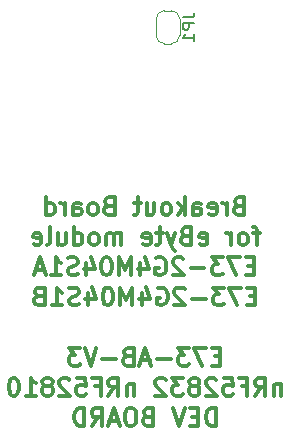
<source format=gbr>
G04 #@! TF.GenerationSoftware,KiCad,Pcbnew,5.0.1*
G04 #@! TF.CreationDate,2019-01-03T14:35:24+01:00*
G04 #@! TF.ProjectId,e73-ab,6537332D61622E6B696361645F706362,rev?*
G04 #@! TF.SameCoordinates,Original*
G04 #@! TF.FileFunction,Legend,Bot*
G04 #@! TF.FilePolarity,Positive*
%FSLAX46Y46*%
G04 Gerber Fmt 4.6, Leading zero omitted, Abs format (unit mm)*
G04 Created by KiCad (PCBNEW 5.0.1) date do 03 jan 2019 14:35:24 CET*
%MOMM*%
%LPD*%
G01*
G04 APERTURE LIST*
%ADD10C,0.300000*%
%ADD11C,0.120000*%
%ADD12C,0.150000*%
G04 APERTURE END LIST*
D10*
X159022857Y-87487857D02*
X158808571Y-87559285D01*
X158737142Y-87630714D01*
X158665714Y-87773571D01*
X158665714Y-87987857D01*
X158737142Y-88130714D01*
X158808571Y-88202142D01*
X158951428Y-88273571D01*
X159522857Y-88273571D01*
X159522857Y-86773571D01*
X159022857Y-86773571D01*
X158880000Y-86845000D01*
X158808571Y-86916428D01*
X158737142Y-87059285D01*
X158737142Y-87202142D01*
X158808571Y-87345000D01*
X158880000Y-87416428D01*
X159022857Y-87487857D01*
X159522857Y-87487857D01*
X158022857Y-88273571D02*
X158022857Y-87273571D01*
X158022857Y-87559285D02*
X157951428Y-87416428D01*
X157880000Y-87345000D01*
X157737142Y-87273571D01*
X157594285Y-87273571D01*
X156522857Y-88202142D02*
X156665714Y-88273571D01*
X156951428Y-88273571D01*
X157094285Y-88202142D01*
X157165714Y-88059285D01*
X157165714Y-87487857D01*
X157094285Y-87345000D01*
X156951428Y-87273571D01*
X156665714Y-87273571D01*
X156522857Y-87345000D01*
X156451428Y-87487857D01*
X156451428Y-87630714D01*
X157165714Y-87773571D01*
X155165714Y-88273571D02*
X155165714Y-87487857D01*
X155237142Y-87345000D01*
X155380000Y-87273571D01*
X155665714Y-87273571D01*
X155808571Y-87345000D01*
X155165714Y-88202142D02*
X155308571Y-88273571D01*
X155665714Y-88273571D01*
X155808571Y-88202142D01*
X155880000Y-88059285D01*
X155880000Y-87916428D01*
X155808571Y-87773571D01*
X155665714Y-87702142D01*
X155308571Y-87702142D01*
X155165714Y-87630714D01*
X154451428Y-88273571D02*
X154451428Y-86773571D01*
X154308571Y-87702142D02*
X153880000Y-88273571D01*
X153880000Y-87273571D02*
X154451428Y-87845000D01*
X153022857Y-88273571D02*
X153165714Y-88202142D01*
X153237142Y-88130714D01*
X153308571Y-87987857D01*
X153308571Y-87559285D01*
X153237142Y-87416428D01*
X153165714Y-87345000D01*
X153022857Y-87273571D01*
X152808571Y-87273571D01*
X152665714Y-87345000D01*
X152594285Y-87416428D01*
X152522857Y-87559285D01*
X152522857Y-87987857D01*
X152594285Y-88130714D01*
X152665714Y-88202142D01*
X152808571Y-88273571D01*
X153022857Y-88273571D01*
X151237142Y-87273571D02*
X151237142Y-88273571D01*
X151880000Y-87273571D02*
X151880000Y-88059285D01*
X151808571Y-88202142D01*
X151665714Y-88273571D01*
X151451428Y-88273571D01*
X151308571Y-88202142D01*
X151237142Y-88130714D01*
X150737142Y-87273571D02*
X150165714Y-87273571D01*
X150522857Y-86773571D02*
X150522857Y-88059285D01*
X150451428Y-88202142D01*
X150308571Y-88273571D01*
X150165714Y-88273571D01*
X148022857Y-87487857D02*
X147808571Y-87559285D01*
X147737142Y-87630714D01*
X147665714Y-87773571D01*
X147665714Y-87987857D01*
X147737142Y-88130714D01*
X147808571Y-88202142D01*
X147951428Y-88273571D01*
X148522857Y-88273571D01*
X148522857Y-86773571D01*
X148022857Y-86773571D01*
X147880000Y-86845000D01*
X147808571Y-86916428D01*
X147737142Y-87059285D01*
X147737142Y-87202142D01*
X147808571Y-87345000D01*
X147880000Y-87416428D01*
X148022857Y-87487857D01*
X148522857Y-87487857D01*
X146808571Y-88273571D02*
X146951428Y-88202142D01*
X147022857Y-88130714D01*
X147094285Y-87987857D01*
X147094285Y-87559285D01*
X147022857Y-87416428D01*
X146951428Y-87345000D01*
X146808571Y-87273571D01*
X146594285Y-87273571D01*
X146451428Y-87345000D01*
X146380000Y-87416428D01*
X146308571Y-87559285D01*
X146308571Y-87987857D01*
X146380000Y-88130714D01*
X146451428Y-88202142D01*
X146594285Y-88273571D01*
X146808571Y-88273571D01*
X145022857Y-88273571D02*
X145022857Y-87487857D01*
X145094285Y-87345000D01*
X145237142Y-87273571D01*
X145522857Y-87273571D01*
X145665714Y-87345000D01*
X145022857Y-88202142D02*
X145165714Y-88273571D01*
X145522857Y-88273571D01*
X145665714Y-88202142D01*
X145737142Y-88059285D01*
X145737142Y-87916428D01*
X145665714Y-87773571D01*
X145522857Y-87702142D01*
X145165714Y-87702142D01*
X145022857Y-87630714D01*
X144308571Y-88273571D02*
X144308571Y-87273571D01*
X144308571Y-87559285D02*
X144237142Y-87416428D01*
X144165714Y-87345000D01*
X144022857Y-87273571D01*
X143880000Y-87273571D01*
X142737142Y-88273571D02*
X142737142Y-86773571D01*
X142737142Y-88202142D02*
X142880000Y-88273571D01*
X143165714Y-88273571D01*
X143308571Y-88202142D01*
X143380000Y-88130714D01*
X143451428Y-87987857D01*
X143451428Y-87559285D01*
X143380000Y-87416428D01*
X143308571Y-87345000D01*
X143165714Y-87273571D01*
X142880000Y-87273571D01*
X142737142Y-87345000D01*
X160808571Y-89823571D02*
X160237142Y-89823571D01*
X160594285Y-90823571D02*
X160594285Y-89537857D01*
X160522857Y-89395000D01*
X160380000Y-89323571D01*
X160237142Y-89323571D01*
X159522857Y-90823571D02*
X159665714Y-90752142D01*
X159737142Y-90680714D01*
X159808571Y-90537857D01*
X159808571Y-90109285D01*
X159737142Y-89966428D01*
X159665714Y-89895000D01*
X159522857Y-89823571D01*
X159308571Y-89823571D01*
X159165714Y-89895000D01*
X159094285Y-89966428D01*
X159022857Y-90109285D01*
X159022857Y-90537857D01*
X159094285Y-90680714D01*
X159165714Y-90752142D01*
X159308571Y-90823571D01*
X159522857Y-90823571D01*
X158380000Y-90823571D02*
X158380000Y-89823571D01*
X158380000Y-90109285D02*
X158308571Y-89966428D01*
X158237142Y-89895000D01*
X158094285Y-89823571D01*
X157951428Y-89823571D01*
X155737142Y-90752142D02*
X155880000Y-90823571D01*
X156165714Y-90823571D01*
X156308571Y-90752142D01*
X156380000Y-90609285D01*
X156380000Y-90037857D01*
X156308571Y-89895000D01*
X156165714Y-89823571D01*
X155880000Y-89823571D01*
X155737142Y-89895000D01*
X155665714Y-90037857D01*
X155665714Y-90180714D01*
X156380000Y-90323571D01*
X154522857Y-90037857D02*
X154308571Y-90109285D01*
X154237142Y-90180714D01*
X154165714Y-90323571D01*
X154165714Y-90537857D01*
X154237142Y-90680714D01*
X154308571Y-90752142D01*
X154451428Y-90823571D01*
X155022857Y-90823571D01*
X155022857Y-89323571D01*
X154522857Y-89323571D01*
X154380000Y-89395000D01*
X154308571Y-89466428D01*
X154237142Y-89609285D01*
X154237142Y-89752142D01*
X154308571Y-89895000D01*
X154380000Y-89966428D01*
X154522857Y-90037857D01*
X155022857Y-90037857D01*
X153665714Y-89823571D02*
X153308571Y-90823571D01*
X152951428Y-89823571D02*
X153308571Y-90823571D01*
X153451428Y-91180714D01*
X153522857Y-91252142D01*
X153665714Y-91323571D01*
X152594285Y-89823571D02*
X152022857Y-89823571D01*
X152380000Y-89323571D02*
X152380000Y-90609285D01*
X152308571Y-90752142D01*
X152165714Y-90823571D01*
X152022857Y-90823571D01*
X150951428Y-90752142D02*
X151094285Y-90823571D01*
X151380000Y-90823571D01*
X151522857Y-90752142D01*
X151594285Y-90609285D01*
X151594285Y-90037857D01*
X151522857Y-89895000D01*
X151380000Y-89823571D01*
X151094285Y-89823571D01*
X150951428Y-89895000D01*
X150880000Y-90037857D01*
X150880000Y-90180714D01*
X151594285Y-90323571D01*
X149094285Y-90823571D02*
X149094285Y-89823571D01*
X149094285Y-89966428D02*
X149022857Y-89895000D01*
X148880000Y-89823571D01*
X148665714Y-89823571D01*
X148522857Y-89895000D01*
X148451428Y-90037857D01*
X148451428Y-90823571D01*
X148451428Y-90037857D02*
X148380000Y-89895000D01*
X148237142Y-89823571D01*
X148022857Y-89823571D01*
X147880000Y-89895000D01*
X147808571Y-90037857D01*
X147808571Y-90823571D01*
X146880000Y-90823571D02*
X147022857Y-90752142D01*
X147094285Y-90680714D01*
X147165714Y-90537857D01*
X147165714Y-90109285D01*
X147094285Y-89966428D01*
X147022857Y-89895000D01*
X146880000Y-89823571D01*
X146665714Y-89823571D01*
X146522857Y-89895000D01*
X146451428Y-89966428D01*
X146380000Y-90109285D01*
X146380000Y-90537857D01*
X146451428Y-90680714D01*
X146522857Y-90752142D01*
X146665714Y-90823571D01*
X146880000Y-90823571D01*
X145094285Y-90823571D02*
X145094285Y-89323571D01*
X145094285Y-90752142D02*
X145237142Y-90823571D01*
X145522857Y-90823571D01*
X145665714Y-90752142D01*
X145737142Y-90680714D01*
X145808571Y-90537857D01*
X145808571Y-90109285D01*
X145737142Y-89966428D01*
X145665714Y-89895000D01*
X145522857Y-89823571D01*
X145237142Y-89823571D01*
X145094285Y-89895000D01*
X143737142Y-89823571D02*
X143737142Y-90823571D01*
X144380000Y-89823571D02*
X144380000Y-90609285D01*
X144308571Y-90752142D01*
X144165714Y-90823571D01*
X143951428Y-90823571D01*
X143808571Y-90752142D01*
X143737142Y-90680714D01*
X142808571Y-90823571D02*
X142951428Y-90752142D01*
X143022857Y-90609285D01*
X143022857Y-89323571D01*
X141665714Y-90752142D02*
X141808571Y-90823571D01*
X142094285Y-90823571D01*
X142237142Y-90752142D01*
X142308571Y-90609285D01*
X142308571Y-90037857D01*
X142237142Y-89895000D01*
X142094285Y-89823571D01*
X141808571Y-89823571D01*
X141665714Y-89895000D01*
X141594285Y-90037857D01*
X141594285Y-90180714D01*
X142308571Y-90323571D01*
X160344285Y-92587857D02*
X159844285Y-92587857D01*
X159630000Y-93373571D02*
X160344285Y-93373571D01*
X160344285Y-91873571D01*
X159630000Y-91873571D01*
X159130000Y-91873571D02*
X158130000Y-91873571D01*
X158772857Y-93373571D01*
X157701428Y-91873571D02*
X156772857Y-91873571D01*
X157272857Y-92445000D01*
X157058571Y-92445000D01*
X156915714Y-92516428D01*
X156844285Y-92587857D01*
X156772857Y-92730714D01*
X156772857Y-93087857D01*
X156844285Y-93230714D01*
X156915714Y-93302142D01*
X157058571Y-93373571D01*
X157487142Y-93373571D01*
X157630000Y-93302142D01*
X157701428Y-93230714D01*
X156130000Y-92802142D02*
X154987142Y-92802142D01*
X154344285Y-92016428D02*
X154272857Y-91945000D01*
X154130000Y-91873571D01*
X153772857Y-91873571D01*
X153630000Y-91945000D01*
X153558571Y-92016428D01*
X153487142Y-92159285D01*
X153487142Y-92302142D01*
X153558571Y-92516428D01*
X154415714Y-93373571D01*
X153487142Y-93373571D01*
X152058571Y-91945000D02*
X152201428Y-91873571D01*
X152415714Y-91873571D01*
X152630000Y-91945000D01*
X152772857Y-92087857D01*
X152844285Y-92230714D01*
X152915714Y-92516428D01*
X152915714Y-92730714D01*
X152844285Y-93016428D01*
X152772857Y-93159285D01*
X152630000Y-93302142D01*
X152415714Y-93373571D01*
X152272857Y-93373571D01*
X152058571Y-93302142D01*
X151987142Y-93230714D01*
X151987142Y-92730714D01*
X152272857Y-92730714D01*
X150701428Y-92373571D02*
X150701428Y-93373571D01*
X151058571Y-91802142D02*
X151415714Y-92873571D01*
X150487142Y-92873571D01*
X149915714Y-93373571D02*
X149915714Y-91873571D01*
X149415714Y-92945000D01*
X148915714Y-91873571D01*
X148915714Y-93373571D01*
X147915714Y-91873571D02*
X147772857Y-91873571D01*
X147630000Y-91945000D01*
X147558571Y-92016428D01*
X147487142Y-92159285D01*
X147415714Y-92445000D01*
X147415714Y-92802142D01*
X147487142Y-93087857D01*
X147558571Y-93230714D01*
X147630000Y-93302142D01*
X147772857Y-93373571D01*
X147915714Y-93373571D01*
X148058571Y-93302142D01*
X148130000Y-93230714D01*
X148201428Y-93087857D01*
X148272857Y-92802142D01*
X148272857Y-92445000D01*
X148201428Y-92159285D01*
X148130000Y-92016428D01*
X148058571Y-91945000D01*
X147915714Y-91873571D01*
X146130000Y-92373571D02*
X146130000Y-93373571D01*
X146487142Y-91802142D02*
X146844285Y-92873571D01*
X145915714Y-92873571D01*
X145415714Y-93302142D02*
X145201428Y-93373571D01*
X144844285Y-93373571D01*
X144701428Y-93302142D01*
X144630000Y-93230714D01*
X144558571Y-93087857D01*
X144558571Y-92945000D01*
X144630000Y-92802142D01*
X144701428Y-92730714D01*
X144844285Y-92659285D01*
X145130000Y-92587857D01*
X145272857Y-92516428D01*
X145344285Y-92445000D01*
X145415714Y-92302142D01*
X145415714Y-92159285D01*
X145344285Y-92016428D01*
X145272857Y-91945000D01*
X145130000Y-91873571D01*
X144772857Y-91873571D01*
X144558571Y-91945000D01*
X143130000Y-93373571D02*
X143987142Y-93373571D01*
X143558571Y-93373571D02*
X143558571Y-91873571D01*
X143701428Y-92087857D01*
X143844285Y-92230714D01*
X143987142Y-92302142D01*
X142558571Y-92945000D02*
X141844285Y-92945000D01*
X142701428Y-93373571D02*
X142201428Y-91873571D01*
X141701428Y-93373571D01*
X160451428Y-95137857D02*
X159951428Y-95137857D01*
X159737142Y-95923571D02*
X160451428Y-95923571D01*
X160451428Y-94423571D01*
X159737142Y-94423571D01*
X159237142Y-94423571D02*
X158237142Y-94423571D01*
X158880000Y-95923571D01*
X157808571Y-94423571D02*
X156880000Y-94423571D01*
X157380000Y-94995000D01*
X157165714Y-94995000D01*
X157022857Y-95066428D01*
X156951428Y-95137857D01*
X156880000Y-95280714D01*
X156880000Y-95637857D01*
X156951428Y-95780714D01*
X157022857Y-95852142D01*
X157165714Y-95923571D01*
X157594285Y-95923571D01*
X157737142Y-95852142D01*
X157808571Y-95780714D01*
X156237142Y-95352142D02*
X155094285Y-95352142D01*
X154451428Y-94566428D02*
X154380000Y-94495000D01*
X154237142Y-94423571D01*
X153880000Y-94423571D01*
X153737142Y-94495000D01*
X153665714Y-94566428D01*
X153594285Y-94709285D01*
X153594285Y-94852142D01*
X153665714Y-95066428D01*
X154522857Y-95923571D01*
X153594285Y-95923571D01*
X152165714Y-94495000D02*
X152308571Y-94423571D01*
X152522857Y-94423571D01*
X152737142Y-94495000D01*
X152880000Y-94637857D01*
X152951428Y-94780714D01*
X153022857Y-95066428D01*
X153022857Y-95280714D01*
X152951428Y-95566428D01*
X152880000Y-95709285D01*
X152737142Y-95852142D01*
X152522857Y-95923571D01*
X152380000Y-95923571D01*
X152165714Y-95852142D01*
X152094285Y-95780714D01*
X152094285Y-95280714D01*
X152380000Y-95280714D01*
X150808571Y-94923571D02*
X150808571Y-95923571D01*
X151165714Y-94352142D02*
X151522857Y-95423571D01*
X150594285Y-95423571D01*
X150022857Y-95923571D02*
X150022857Y-94423571D01*
X149522857Y-95495000D01*
X149022857Y-94423571D01*
X149022857Y-95923571D01*
X148022857Y-94423571D02*
X147880000Y-94423571D01*
X147737142Y-94495000D01*
X147665714Y-94566428D01*
X147594285Y-94709285D01*
X147522857Y-94995000D01*
X147522857Y-95352142D01*
X147594285Y-95637857D01*
X147665714Y-95780714D01*
X147737142Y-95852142D01*
X147880000Y-95923571D01*
X148022857Y-95923571D01*
X148165714Y-95852142D01*
X148237142Y-95780714D01*
X148308571Y-95637857D01*
X148380000Y-95352142D01*
X148380000Y-94995000D01*
X148308571Y-94709285D01*
X148237142Y-94566428D01*
X148165714Y-94495000D01*
X148022857Y-94423571D01*
X146237142Y-94923571D02*
X146237142Y-95923571D01*
X146594285Y-94352142D02*
X146951428Y-95423571D01*
X146022857Y-95423571D01*
X145522857Y-95852142D02*
X145308571Y-95923571D01*
X144951428Y-95923571D01*
X144808571Y-95852142D01*
X144737142Y-95780714D01*
X144665714Y-95637857D01*
X144665714Y-95495000D01*
X144737142Y-95352142D01*
X144808571Y-95280714D01*
X144951428Y-95209285D01*
X145237142Y-95137857D01*
X145380000Y-95066428D01*
X145451428Y-94995000D01*
X145522857Y-94852142D01*
X145522857Y-94709285D01*
X145451428Y-94566428D01*
X145380000Y-94495000D01*
X145237142Y-94423571D01*
X144880000Y-94423571D01*
X144665714Y-94495000D01*
X143237142Y-95923571D02*
X144094285Y-95923571D01*
X143665714Y-95923571D02*
X143665714Y-94423571D01*
X143808571Y-94637857D01*
X143951428Y-94780714D01*
X144094285Y-94852142D01*
X142094285Y-95137857D02*
X141880000Y-95209285D01*
X141808571Y-95280714D01*
X141737142Y-95423571D01*
X141737142Y-95637857D01*
X141808571Y-95780714D01*
X141880000Y-95852142D01*
X142022857Y-95923571D01*
X142594285Y-95923571D01*
X142594285Y-94423571D01*
X142094285Y-94423571D01*
X141951428Y-94495000D01*
X141880000Y-94566428D01*
X141808571Y-94709285D01*
X141808571Y-94852142D01*
X141880000Y-94995000D01*
X141951428Y-95066428D01*
X142094285Y-95137857D01*
X142594285Y-95137857D01*
X157487142Y-100237857D02*
X156987142Y-100237857D01*
X156772857Y-101023571D02*
X157487142Y-101023571D01*
X157487142Y-99523571D01*
X156772857Y-99523571D01*
X156272857Y-99523571D02*
X155272857Y-99523571D01*
X155915714Y-101023571D01*
X154844285Y-99523571D02*
X153915714Y-99523571D01*
X154415714Y-100095000D01*
X154201428Y-100095000D01*
X154058571Y-100166428D01*
X153987142Y-100237857D01*
X153915714Y-100380714D01*
X153915714Y-100737857D01*
X153987142Y-100880714D01*
X154058571Y-100952142D01*
X154201428Y-101023571D01*
X154630000Y-101023571D01*
X154772857Y-100952142D01*
X154844285Y-100880714D01*
X153272857Y-100452142D02*
X152130000Y-100452142D01*
X151487142Y-100595000D02*
X150772857Y-100595000D01*
X151630000Y-101023571D02*
X151130000Y-99523571D01*
X150630000Y-101023571D01*
X149630000Y-100237857D02*
X149415714Y-100309285D01*
X149344285Y-100380714D01*
X149272857Y-100523571D01*
X149272857Y-100737857D01*
X149344285Y-100880714D01*
X149415714Y-100952142D01*
X149558571Y-101023571D01*
X150130000Y-101023571D01*
X150130000Y-99523571D01*
X149630000Y-99523571D01*
X149487142Y-99595000D01*
X149415714Y-99666428D01*
X149344285Y-99809285D01*
X149344285Y-99952142D01*
X149415714Y-100095000D01*
X149487142Y-100166428D01*
X149630000Y-100237857D01*
X150130000Y-100237857D01*
X148630000Y-100452142D02*
X147487142Y-100452142D01*
X146987142Y-99523571D02*
X146487142Y-101023571D01*
X145987142Y-99523571D01*
X145630000Y-99523571D02*
X144701428Y-99523571D01*
X145201428Y-100095000D01*
X144987142Y-100095000D01*
X144844285Y-100166428D01*
X144772857Y-100237857D01*
X144701428Y-100380714D01*
X144701428Y-100737857D01*
X144772857Y-100880714D01*
X144844285Y-100952142D01*
X144987142Y-101023571D01*
X145415714Y-101023571D01*
X145558571Y-100952142D01*
X145630000Y-100880714D01*
X162630000Y-102573571D02*
X162630000Y-103573571D01*
X162630000Y-102716428D02*
X162558571Y-102645000D01*
X162415714Y-102573571D01*
X162201428Y-102573571D01*
X162058571Y-102645000D01*
X161987142Y-102787857D01*
X161987142Y-103573571D01*
X160415714Y-103573571D02*
X160915714Y-102859285D01*
X161272857Y-103573571D02*
X161272857Y-102073571D01*
X160701428Y-102073571D01*
X160558571Y-102145000D01*
X160487142Y-102216428D01*
X160415714Y-102359285D01*
X160415714Y-102573571D01*
X160487142Y-102716428D01*
X160558571Y-102787857D01*
X160701428Y-102859285D01*
X161272857Y-102859285D01*
X159272857Y-102787857D02*
X159772857Y-102787857D01*
X159772857Y-103573571D02*
X159772857Y-102073571D01*
X159058571Y-102073571D01*
X157772857Y-102073571D02*
X158487142Y-102073571D01*
X158558571Y-102787857D01*
X158487142Y-102716428D01*
X158344285Y-102645000D01*
X157987142Y-102645000D01*
X157844285Y-102716428D01*
X157772857Y-102787857D01*
X157701428Y-102930714D01*
X157701428Y-103287857D01*
X157772857Y-103430714D01*
X157844285Y-103502142D01*
X157987142Y-103573571D01*
X158344285Y-103573571D01*
X158487142Y-103502142D01*
X158558571Y-103430714D01*
X157130000Y-102216428D02*
X157058571Y-102145000D01*
X156915714Y-102073571D01*
X156558571Y-102073571D01*
X156415714Y-102145000D01*
X156344285Y-102216428D01*
X156272857Y-102359285D01*
X156272857Y-102502142D01*
X156344285Y-102716428D01*
X157201428Y-103573571D01*
X156272857Y-103573571D01*
X155415714Y-102716428D02*
X155558571Y-102645000D01*
X155630000Y-102573571D01*
X155701428Y-102430714D01*
X155701428Y-102359285D01*
X155630000Y-102216428D01*
X155558571Y-102145000D01*
X155415714Y-102073571D01*
X155130000Y-102073571D01*
X154987142Y-102145000D01*
X154915714Y-102216428D01*
X154844285Y-102359285D01*
X154844285Y-102430714D01*
X154915714Y-102573571D01*
X154987142Y-102645000D01*
X155130000Y-102716428D01*
X155415714Y-102716428D01*
X155558571Y-102787857D01*
X155630000Y-102859285D01*
X155701428Y-103002142D01*
X155701428Y-103287857D01*
X155630000Y-103430714D01*
X155558571Y-103502142D01*
X155415714Y-103573571D01*
X155130000Y-103573571D01*
X154987142Y-103502142D01*
X154915714Y-103430714D01*
X154844285Y-103287857D01*
X154844285Y-103002142D01*
X154915714Y-102859285D01*
X154987142Y-102787857D01*
X155130000Y-102716428D01*
X154344285Y-102073571D02*
X153415714Y-102073571D01*
X153915714Y-102645000D01*
X153701428Y-102645000D01*
X153558571Y-102716428D01*
X153487142Y-102787857D01*
X153415714Y-102930714D01*
X153415714Y-103287857D01*
X153487142Y-103430714D01*
X153558571Y-103502142D01*
X153701428Y-103573571D01*
X154130000Y-103573571D01*
X154272857Y-103502142D01*
X154344285Y-103430714D01*
X152844285Y-102216428D02*
X152772857Y-102145000D01*
X152630000Y-102073571D01*
X152272857Y-102073571D01*
X152130000Y-102145000D01*
X152058571Y-102216428D01*
X151987142Y-102359285D01*
X151987142Y-102502142D01*
X152058571Y-102716428D01*
X152915714Y-103573571D01*
X151987142Y-103573571D01*
X150201428Y-102573571D02*
X150201428Y-103573571D01*
X150201428Y-102716428D02*
X150130000Y-102645000D01*
X149987142Y-102573571D01*
X149772857Y-102573571D01*
X149630000Y-102645000D01*
X149558571Y-102787857D01*
X149558571Y-103573571D01*
X147987142Y-103573571D02*
X148487142Y-102859285D01*
X148844285Y-103573571D02*
X148844285Y-102073571D01*
X148272857Y-102073571D01*
X148130000Y-102145000D01*
X148058571Y-102216428D01*
X147987142Y-102359285D01*
X147987142Y-102573571D01*
X148058571Y-102716428D01*
X148130000Y-102787857D01*
X148272857Y-102859285D01*
X148844285Y-102859285D01*
X146844285Y-102787857D02*
X147344285Y-102787857D01*
X147344285Y-103573571D02*
X147344285Y-102073571D01*
X146630000Y-102073571D01*
X145344285Y-102073571D02*
X146058571Y-102073571D01*
X146130000Y-102787857D01*
X146058571Y-102716428D01*
X145915714Y-102645000D01*
X145558571Y-102645000D01*
X145415714Y-102716428D01*
X145344285Y-102787857D01*
X145272857Y-102930714D01*
X145272857Y-103287857D01*
X145344285Y-103430714D01*
X145415714Y-103502142D01*
X145558571Y-103573571D01*
X145915714Y-103573571D01*
X146058571Y-103502142D01*
X146130000Y-103430714D01*
X144701428Y-102216428D02*
X144630000Y-102145000D01*
X144487142Y-102073571D01*
X144130000Y-102073571D01*
X143987142Y-102145000D01*
X143915714Y-102216428D01*
X143844285Y-102359285D01*
X143844285Y-102502142D01*
X143915714Y-102716428D01*
X144772857Y-103573571D01*
X143844285Y-103573571D01*
X142987142Y-102716428D02*
X143130000Y-102645000D01*
X143201428Y-102573571D01*
X143272857Y-102430714D01*
X143272857Y-102359285D01*
X143201428Y-102216428D01*
X143130000Y-102145000D01*
X142987142Y-102073571D01*
X142701428Y-102073571D01*
X142558571Y-102145000D01*
X142487142Y-102216428D01*
X142415714Y-102359285D01*
X142415714Y-102430714D01*
X142487142Y-102573571D01*
X142558571Y-102645000D01*
X142701428Y-102716428D01*
X142987142Y-102716428D01*
X143130000Y-102787857D01*
X143201428Y-102859285D01*
X143272857Y-103002142D01*
X143272857Y-103287857D01*
X143201428Y-103430714D01*
X143130000Y-103502142D01*
X142987142Y-103573571D01*
X142701428Y-103573571D01*
X142558571Y-103502142D01*
X142487142Y-103430714D01*
X142415714Y-103287857D01*
X142415714Y-103002142D01*
X142487142Y-102859285D01*
X142558571Y-102787857D01*
X142701428Y-102716428D01*
X140987142Y-103573571D02*
X141844285Y-103573571D01*
X141415714Y-103573571D02*
X141415714Y-102073571D01*
X141558571Y-102287857D01*
X141701428Y-102430714D01*
X141844285Y-102502142D01*
X140058571Y-102073571D02*
X139915714Y-102073571D01*
X139772857Y-102145000D01*
X139701428Y-102216428D01*
X139630000Y-102359285D01*
X139558571Y-102645000D01*
X139558571Y-103002142D01*
X139630000Y-103287857D01*
X139701428Y-103430714D01*
X139772857Y-103502142D01*
X139915714Y-103573571D01*
X140058571Y-103573571D01*
X140201428Y-103502142D01*
X140272857Y-103430714D01*
X140344285Y-103287857D01*
X140415714Y-103002142D01*
X140415714Y-102645000D01*
X140344285Y-102359285D01*
X140272857Y-102216428D01*
X140201428Y-102145000D01*
X140058571Y-102073571D01*
X157094285Y-106123571D02*
X157094285Y-104623571D01*
X156737142Y-104623571D01*
X156522857Y-104695000D01*
X156380000Y-104837857D01*
X156308571Y-104980714D01*
X156237142Y-105266428D01*
X156237142Y-105480714D01*
X156308571Y-105766428D01*
X156380000Y-105909285D01*
X156522857Y-106052142D01*
X156737142Y-106123571D01*
X157094285Y-106123571D01*
X155594285Y-105337857D02*
X155094285Y-105337857D01*
X154880000Y-106123571D02*
X155594285Y-106123571D01*
X155594285Y-104623571D01*
X154880000Y-104623571D01*
X154451428Y-104623571D02*
X153951428Y-106123571D01*
X153451428Y-104623571D01*
X151308571Y-105337857D02*
X151094285Y-105409285D01*
X151022857Y-105480714D01*
X150951428Y-105623571D01*
X150951428Y-105837857D01*
X151022857Y-105980714D01*
X151094285Y-106052142D01*
X151237142Y-106123571D01*
X151808571Y-106123571D01*
X151808571Y-104623571D01*
X151308571Y-104623571D01*
X151165714Y-104695000D01*
X151094285Y-104766428D01*
X151022857Y-104909285D01*
X151022857Y-105052142D01*
X151094285Y-105195000D01*
X151165714Y-105266428D01*
X151308571Y-105337857D01*
X151808571Y-105337857D01*
X150022857Y-104623571D02*
X149737142Y-104623571D01*
X149594285Y-104695000D01*
X149451428Y-104837857D01*
X149380000Y-105123571D01*
X149380000Y-105623571D01*
X149451428Y-105909285D01*
X149594285Y-106052142D01*
X149737142Y-106123571D01*
X150022857Y-106123571D01*
X150165714Y-106052142D01*
X150308571Y-105909285D01*
X150380000Y-105623571D01*
X150380000Y-105123571D01*
X150308571Y-104837857D01*
X150165714Y-104695000D01*
X150022857Y-104623571D01*
X148808571Y-105695000D02*
X148094285Y-105695000D01*
X148951428Y-106123571D02*
X148451428Y-104623571D01*
X147951428Y-106123571D01*
X146594285Y-106123571D02*
X147094285Y-105409285D01*
X147451428Y-106123571D02*
X147451428Y-104623571D01*
X146880000Y-104623571D01*
X146737142Y-104695000D01*
X146665714Y-104766428D01*
X146594285Y-104909285D01*
X146594285Y-105123571D01*
X146665714Y-105266428D01*
X146737142Y-105337857D01*
X146880000Y-105409285D01*
X147451428Y-105409285D01*
X145951428Y-106123571D02*
X145951428Y-104623571D01*
X145594285Y-104623571D01*
X145380000Y-104695000D01*
X145237142Y-104837857D01*
X145165714Y-104980714D01*
X145094285Y-105266428D01*
X145094285Y-105480714D01*
X145165714Y-105766428D01*
X145237142Y-105909285D01*
X145380000Y-106052142D01*
X145594285Y-106123571D01*
X145951428Y-106123571D01*
D11*
G04 #@! TO.C,JP1*
X154035000Y-71675000D02*
G75*
G03X153335000Y-70975000I-700000J0D01*
G01*
X152735000Y-70975000D02*
G75*
G03X152035000Y-71675000I0J-700000D01*
G01*
X152035000Y-73075000D02*
G75*
G03X152735000Y-73775000I700000J0D01*
G01*
X153335000Y-73775000D02*
G75*
G03X154035000Y-73075000I0J700000D01*
G01*
X152735000Y-73775000D02*
X153335000Y-73775000D01*
X152035000Y-71675000D02*
X152035000Y-73075000D01*
X153335000Y-70975000D02*
X152735000Y-70975000D01*
X154035000Y-73075000D02*
X154035000Y-71675000D01*
D12*
X154287380Y-71541666D02*
X155001666Y-71541666D01*
X155144523Y-71494047D01*
X155239761Y-71398809D01*
X155287380Y-71255952D01*
X155287380Y-71160714D01*
X155287380Y-72017857D02*
X154287380Y-72017857D01*
X154287380Y-72398809D01*
X154335000Y-72494047D01*
X154382619Y-72541666D01*
X154477857Y-72589285D01*
X154620714Y-72589285D01*
X154715952Y-72541666D01*
X154763571Y-72494047D01*
X154811190Y-72398809D01*
X154811190Y-72017857D01*
X155287380Y-73541666D02*
X155287380Y-72970238D01*
X155287380Y-73255952D02*
X154287380Y-73255952D01*
X154430238Y-73160714D01*
X154525476Y-73065476D01*
X154573095Y-72970238D01*
G04 #@! TD*
M02*

</source>
